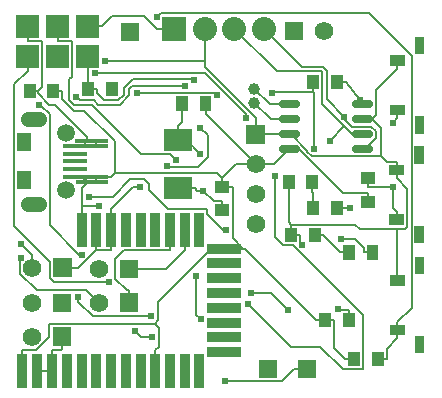
<source format=gtl>
G04 Layer: TopLayer*
G04 EasyEDA v6.4.7, 2020-10-05T14:23:05+01:00*
G04 80753c53b72f4884ac218c40b0928968,81cdacc9909441f8a3d49748f20dc12b,10*
G04 Gerber Generator version 0.2*
G04 Scale: 100 percent, Rotated: No, Reflected: No *
G04 Dimensions in millimeters *
G04 leading zeros omitted , absolute positions ,3 integer and 3 decimal *
%FSLAX33Y33*%
%MOMM*%
G90*
D02*

%ADD11C,0.179832*%
%ADD12C,0.700001*%
%ADD13C,0.609999*%
%ADD14R,1.999996X0.449999*%
%ADD15R,0.999998X1.249997*%
%ADD16R,1.249997X0.999998*%
%ADD19R,2.400000X1.899999*%
%ADD20R,1.199896X1.599997*%
%ADD21R,0.850900X2.999740*%
%ADD22R,2.999740X0.850900*%
%ADD24C,2.032000*%
%ADD25C,0.999998*%
%ADD27C,1.499997*%
%ADD28R,1.574800X1.574800*%
%ADD29C,1.574800*%
%ADD30C,1.299997*%

%LPD*%
G54D11*
G01X1506Y30558D02*
G01X1506Y29359D01*
G01X13573Y13335D02*
G01X13573Y11595D01*
G01X10104Y7157D02*
G01X10104Y8204D01*
G01X13573Y11595D02*
G01X9700Y11595D01*
G01X8940Y10835D01*
G01X8940Y9154D01*
G01X9890Y8204D01*
G01X10104Y8204D01*
G01X14818Y13335D02*
G01X14818Y11595D01*
G01X10096Y10030D02*
G01X11142Y10030D01*
G01X11142Y10030D02*
G01X13253Y10030D01*
G01X14818Y11595D01*
G01X15791Y9448D02*
G01X15791Y6149D01*
G01X16182Y5758D01*
G01X11948Y6024D02*
G01X7018Y6024D01*
G01X5793Y7249D01*
G01X5793Y7663D01*
G01X24091Y1541D02*
G01X23058Y505D01*
G01X18234Y505D01*
G01X25138Y1541D02*
G01X24091Y1541D01*
G01X12057Y4254D02*
G01X11120Y4254D01*
G01X10581Y4795D01*
G01X25699Y25859D02*
G01X25699Y24993D01*
G01X25699Y24993D02*
G01X22283Y24993D01*
G01X22212Y24922D01*
G01X25768Y20190D02*
G01X25768Y24925D01*
G01X25699Y24993D01*
G01X22478Y17868D02*
G01X22478Y12689D01*
G01X23147Y12024D01*
G01X23977Y12024D01*
G01X29898Y6101D01*
G01X29898Y1574D01*
G01X29847Y1524D01*
G01X28206Y1524D01*
G01X26309Y3418D01*
G01X23812Y3418D01*
G01X20144Y7089D01*
G01X23525Y6586D02*
G01X22105Y8003D01*
G01X20388Y8003D01*
G01X6731Y16116D02*
G01X8702Y16116D01*
G01X10205Y17619D01*
G01X11353Y17619D01*
G01X11790Y17180D01*
G01X11790Y16741D01*
G01X13403Y15130D01*
G01X16677Y15130D01*
G01X16728Y15077D01*
G01X16728Y14681D01*
G01X18082Y13329D01*
G01X18270Y13329D01*
G01X960Y12166D02*
G01X1915Y11211D01*
G01X1915Y10121D01*
G01X7188Y26593D02*
G01X16499Y26593D01*
G01X19969Y23124D01*
G01X19969Y22819D01*
G01X25613Y16497D02*
G01X25697Y16413D01*
G01X25697Y15176D01*
G01X25613Y17363D02*
G01X25613Y16497D01*
G01X26545Y12918D02*
G01X26545Y12875D01*
G01X27978Y11445D01*
G01X28719Y11445D02*
G01X27978Y11445D01*
G01X25803Y12918D02*
G01X26545Y12918D01*
G01X28704Y6570D02*
G01X27909Y6570D01*
G01X27833Y6647D01*
G01X28704Y5704D02*
G01X28704Y6570D01*
G01X29977Y11445D02*
G01X29977Y11816D01*
G01X29212Y12580D01*
G01X28051Y12580D01*
G01X30718Y11445D02*
G01X29977Y11445D01*
G01X27696Y15176D02*
G01X28775Y15176D01*
G01X20721Y25275D02*
G01X22014Y23982D01*
G01X23649Y23982D01*
G01X20721Y24076D02*
G01X22085Y22712D01*
G01X23649Y22712D01*
G01X16146Y21983D02*
G01X16766Y21363D01*
G01X16766Y19540D01*
G01X15900Y18676D01*
G01X13444Y18676D01*
G01X13352Y18768D01*
G01X14825Y25511D02*
G01X10391Y25511D01*
G01X10114Y25232D01*
G01X10114Y24739D01*
G01X9316Y23944D01*
G01X7490Y23944D01*
G01X7142Y24292D01*
G01X5910Y24292D01*
G01X5593Y24610D01*
G01X942Y10962D02*
G01X868Y10891D01*
G01X868Y9631D01*
G01X2275Y8227D01*
G01X6494Y8227D01*
G01X7564Y7157D01*
G01X6586Y28018D02*
G01X6586Y26819D01*
G01X6586Y26819D02*
G01X6619Y26786D01*
G01X6619Y25267D01*
G01X7360Y25267D02*
G01X7360Y24904D01*
G01X7975Y24292D01*
G01X9171Y24292D01*
G01X9641Y24759D01*
G01X9641Y25311D01*
G01X10406Y26075D01*
G01X15585Y26075D01*
G01X15631Y26029D01*
G01X6619Y25267D02*
G01X7360Y25267D01*
G01X29847Y21442D02*
G01X28986Y21442D01*
G01X28318Y22110D01*
G01X28318Y22110D02*
G01X26441Y23987D01*
G01X26441Y26687D01*
G01X26385Y26743D01*
G01X22603Y26743D01*
G01X19024Y30322D01*
G01X28318Y22110D02*
G01X27078Y20868D01*
G01X29847Y20172D02*
G01X30116Y20172D01*
G01X31015Y21071D01*
G01X31015Y21689D01*
G01X30627Y22077D01*
G01X29004Y22077D01*
G01X28333Y22748D01*
G01X28333Y22895D01*
G01X28333Y22895D02*
G01X26827Y24401D01*
G01X26827Y26794D01*
G01X26530Y27091D01*
G01X24737Y27091D01*
G01X21521Y30307D01*
G01X31899Y2390D02*
G01X31899Y3258D01*
G01X32806Y4165D01*
G01X31158Y2390D02*
G01X31899Y2390D01*
G01X32806Y4511D02*
G01X32806Y4165D01*
G01X32806Y4511D02*
G01X32806Y4856D01*
G01X32806Y5547D02*
G01X34015Y6756D01*
G01X34015Y28079D01*
G01X30378Y31714D01*
G01X12834Y31714D01*
G01X12440Y31320D01*
G01X32806Y4856D02*
G01X32806Y5547D01*
G01X32776Y14190D02*
G01X32776Y14881D01*
G01X17548Y24749D02*
G01X17373Y24922D01*
G01X10789Y24922D01*
G01X30358Y17713D02*
G01X30358Y16972D01*
G01X30358Y16972D02*
G01X32438Y16972D01*
G01X32776Y14881D02*
G01X32438Y15219D01*
G01X32438Y16972D01*
G01X32804Y23482D02*
G01X32804Y22791D01*
G01X32804Y22791D02*
G01X32425Y22412D01*
G01X32425Y22362D01*
G01X2506Y23916D02*
G01X2588Y23916D01*
G01X3378Y23126D01*
G01X3378Y13736D01*
G01X5890Y11224D01*
G01X6088Y11224D01*
G01X1506Y28018D02*
G01X1506Y26819D01*
G01X1506Y26819D02*
G01X355Y25669D01*
G01X355Y13675D01*
G01X3408Y10619D01*
G01X3408Y9227D01*
G01X3754Y8882D01*
G01X8415Y8882D01*
G01X4046Y30558D02*
G01X4046Y29359D01*
G01X14094Y19237D02*
G01X13583Y19751D01*
G01X11097Y19751D01*
G01X6982Y23865D01*
G01X5438Y23865D01*
G01X5016Y24290D01*
G01X5016Y26075D01*
G01X5245Y26304D01*
G01X5245Y29309D01*
G01X5191Y29359D01*
G01X4046Y29359D01*
G01X14206Y16842D02*
G01X15646Y16842D01*
G01X17998Y15369D02*
G01X17998Y15740D01*
G01X17998Y15369D02*
G01X17998Y14998D01*
G01X16390Y16624D02*
G01X15867Y16624D01*
G01X15646Y16842D01*
G01X16390Y16624D02*
G01X17271Y15740D01*
G01X17998Y15740D01*
G01X14206Y22133D02*
G01X14579Y22506D01*
G01X14579Y24056D01*
G01X14206Y20942D02*
G01X14206Y21092D01*
G01X14206Y21092D02*
G01X14206Y22133D01*
G01X14206Y21092D02*
G01X14825Y21092D01*
G01X16146Y19771D01*
G01X7325Y11595D02*
G01X8569Y11595D01*
G01X7325Y13335D02*
G01X7325Y12466D01*
G01X2321Y1397D02*
G01X3566Y1397D01*
G01X4411Y4297D02*
G01X4411Y3251D01*
G01X3566Y3139D02*
G01X4300Y3139D01*
G01X4411Y3251D01*
G01X3566Y1397D02*
G01X3566Y3139D01*
G01X23802Y12918D02*
G01X23802Y13784D01*
G01X23802Y13784D02*
G01X23611Y13975D01*
G01X23611Y17363D01*
G01X29847Y22712D02*
G01X30690Y22712D01*
G01X8569Y12466D02*
G01X8569Y11595D01*
G01X32776Y18392D02*
G01X32776Y17701D01*
G01X32806Y9057D02*
G01X32806Y9748D01*
G01X30690Y22712D02*
G01X31473Y21930D01*
G01X31473Y19570D01*
G01X32776Y19083D02*
G01X31960Y19083D01*
G01X31473Y19570D01*
G01X32776Y18392D02*
G01X32776Y19083D01*
G01X20810Y21414D02*
G01X23621Y21414D01*
G01X23649Y21442D01*
G01X30690Y22712D02*
G01X31028Y23050D01*
G01X31028Y25214D01*
G01X32804Y26992D01*
G01X32804Y27683D02*
G01X32804Y26992D01*
G01X32806Y9748D02*
G01X32806Y13383D01*
G01X32776Y17701D02*
G01X33652Y16822D01*
G01X33652Y13594D01*
G01X33441Y13383D01*
G01X32806Y13383D01*
G01X24764Y12054D02*
G01X24544Y12273D01*
G01X24544Y12918D01*
G01X23802Y12918D02*
G01X24544Y12918D01*
G01X32806Y13383D02*
G01X29634Y13383D01*
G01X29230Y13784D01*
G01X23802Y13784D01*
G01X8569Y12466D02*
G01X8569Y13335D01*
G01X8569Y13335D02*
G01X8569Y15077D01*
G01X20810Y21414D02*
G01X20810Y22461D01*
G01X16499Y30312D02*
G01X16499Y27625D01*
G01X8074Y27625D02*
G01X16499Y27625D01*
G01X31473Y19570D02*
G01X25590Y19570D01*
G01X25204Y19956D01*
G01X25204Y20048D01*
G01X23809Y21442D01*
G01X23649Y21442D01*
G01X8569Y15077D02*
G01X10447Y16957D01*
G01X11026Y16957D01*
G01X16499Y27625D02*
G01X16499Y27086D01*
G01X20810Y22776D01*
G01X20810Y22461D01*
G01X7325Y11661D02*
G01X7325Y11595D01*
G01X7325Y12466D02*
G01X7325Y11661D01*
G01X7325Y11661D02*
G01X5783Y10121D01*
G01X4455Y10121D01*
G01X30358Y15712D02*
G01X30358Y16454D01*
G01X28417Y2390D02*
G01X27444Y3360D01*
G01X27444Y5704D01*
G01X29159Y2390D02*
G01X28417Y2390D01*
G01X27073Y5704D02*
G01X27444Y5704D01*
G01X5509Y17838D02*
G01X6144Y17838D01*
G01X6586Y17396D01*
G01X3693Y25054D02*
G01X4434Y25054D01*
G01X13947Y30322D02*
G01X12672Y30322D01*
G01X6586Y30558D02*
G01X7785Y30558D01*
G01X6586Y17396D02*
G01X7279Y17396D01*
G01X7284Y17401D01*
G01X16578Y24056D02*
G01X16578Y23106D01*
G01X20810Y18874D01*
G01X6080Y13335D02*
G01X6080Y15077D01*
G01X7284Y17401D02*
G01X7294Y17411D01*
G01X7294Y17840D01*
G01X7294Y17840D02*
G01X8536Y17840D01*
G01X18183Y16997D02*
G01X18864Y16997D01*
G01X18183Y16997D02*
G01X17998Y16997D01*
G01X17998Y16997D02*
G01X17998Y17739D01*
G01X17998Y17739D02*
G01X19133Y18874D01*
G01X20810Y18874D01*
G01X12672Y30322D02*
G01X12461Y30322D01*
G01X11338Y31445D01*
G01X8671Y31445D01*
G01X7785Y30558D01*
G01X27701Y25859D02*
G01X28442Y25859D01*
G01X28442Y25859D02*
G01X29654Y24330D01*
G01X20810Y18874D02*
G01X22351Y18874D01*
G01X23649Y20172D01*
G01X27073Y5704D02*
G01X26703Y5704D01*
G01X18864Y16997D02*
G01X18864Y12633D01*
G01X19763Y11734D01*
G01X26703Y5704D02*
G01X25961Y5704D01*
G01X19763Y11734D02*
G01X19928Y11734D01*
G01X25961Y5704D01*
G01X30358Y16454D02*
G01X28214Y16454D01*
G01X24495Y20172D01*
G01X23649Y20172D01*
G01X8884Y18188D02*
G01X17548Y18188D01*
G01X17998Y17739D01*
G01X8536Y17840D02*
G01X8884Y18188D01*
G01X8884Y18188D02*
G01X8884Y20822D01*
G01X6314Y23395D01*
G01X5417Y23395D01*
G01X4434Y24376D01*
G01X4434Y25054D01*
G01X18742Y11734D02*
G01X19763Y11734D01*
G01X18742Y11734D02*
G01X18171Y11734D01*
G01X1076Y1397D02*
G01X1076Y3139D01*
G01X12326Y1397D02*
G01X12326Y3139D01*
G01X12263Y5369D02*
G01X12621Y5013D01*
G01X12621Y3434D01*
G01X12326Y3139D01*
G01X18171Y11734D02*
G01X17033Y11734D01*
G01X12555Y7259D01*
G01X12555Y5661D01*
G01X12263Y5369D01*
G01X12263Y5369D02*
G01X3393Y5369D01*
G01X3365Y5344D01*
G01X3365Y4282D01*
G01X2222Y3139D01*
G01X1076Y3139D01*
G01X6080Y15318D02*
G01X7548Y15318D01*
G01X6080Y15077D02*
G01X6080Y15318D01*
G01X6080Y15318D02*
G01X6080Y16888D01*
G01X6586Y17396D01*
G01X5509Y20436D02*
G01X6179Y20436D01*
G01X6570Y20830D01*
G01X1691Y25054D02*
G01X2354Y25054D01*
G01X6570Y20830D02*
G01X7272Y20830D01*
G01X7272Y20830D02*
G01X7272Y20436D01*
G01X6570Y20830D02*
G01X6570Y21211D01*
G01X3845Y23936D01*
G01X3309Y23936D01*
G01X2354Y24892D01*
G01X2354Y25054D01*
G01X2354Y25054D02*
G01X2705Y25402D01*
G01X2705Y29309D01*
G01X2651Y29359D01*
G01X1506Y29359D01*
G54D12*
G01X29297Y20172D02*
G01X30397Y20172D01*
G01X29297Y21442D02*
G01X30397Y21442D01*
G01X29297Y22712D02*
G01X30397Y22712D01*
G01X29297Y23982D02*
G01X30397Y23982D01*
G01X23099Y20172D02*
G01X24199Y20172D01*
G01X23099Y21442D02*
G01X24199Y21442D01*
G01X23099Y22712D02*
G01X24199Y22712D01*
G01X23099Y23982D02*
G01X24199Y23982D01*
G54D14*
G01X7272Y20436D03*
G01X7294Y17840D03*
G01X6570Y20830D03*
G01X6586Y17396D03*
G01X7272Y20830D03*
G01X7284Y17401D03*
G36*
G01X14077Y24681D02*
G01X15077Y24681D01*
G01X15077Y23431D01*
G01X14077Y23431D01*
G01X14077Y24681D01*
G37*
G36*
G01X16077Y24681D02*
G01X17077Y24681D01*
G01X17077Y23431D01*
G01X16077Y23431D01*
G01X16077Y24681D01*
G37*
G54D16*
G01X17998Y16999D03*
G01X17998Y14999D03*
G36*
G01X34284Y21490D02*
G01X34284Y22938D01*
G01X35082Y22938D01*
G01X35082Y21490D01*
G01X34284Y21490D01*
G37*
G36*
G01X34284Y28237D02*
G01X34284Y29684D01*
G01X35082Y29684D01*
G01X35082Y28237D01*
G01X34284Y28237D01*
G37*
G36*
G01X32169Y23032D02*
G01X32169Y23931D01*
G01X33439Y23931D01*
G01X33439Y23032D01*
G01X32169Y23032D01*
G37*
G36*
G01X32169Y27233D02*
G01X32169Y28133D01*
G01X33439Y28133D01*
G01X33439Y27233D01*
G01X32169Y27233D01*
G37*
G36*
G01X34256Y12199D02*
G01X34256Y13647D01*
G01X35054Y13647D01*
G01X35054Y12199D01*
G01X34256Y12199D01*
G37*
G36*
G01X34256Y18945D02*
G01X34256Y20393D01*
G01X35054Y20393D01*
G01X35054Y18945D01*
G01X34256Y18945D01*
G37*
G36*
G01X32141Y13741D02*
G01X32141Y14640D01*
G01X33411Y14640D01*
G01X33411Y13741D01*
G01X32141Y13741D01*
G37*
G36*
G01X32141Y17942D02*
G01X32141Y18841D01*
G01X33411Y18841D01*
G01X33411Y17942D01*
G01X32141Y17942D01*
G37*
G36*
G01X34287Y2865D02*
G01X34287Y4312D01*
G01X35085Y4312D01*
G01X35085Y2865D01*
G01X34287Y2865D01*
G37*
G36*
G01X34287Y9611D02*
G01X34287Y11059D01*
G01X35085Y11059D01*
G01X35085Y9611D01*
G01X34287Y9611D01*
G37*
G36*
G01X32171Y4406D02*
G01X32171Y5306D01*
G01X33441Y5306D01*
G01X33441Y4406D01*
G01X32171Y4406D01*
G37*
G36*
G01X32171Y8608D02*
G01X32171Y9507D01*
G01X33441Y9507D01*
G01X33441Y8608D01*
G01X32171Y8608D01*
G37*
G54D19*
G01X14206Y16842D03*
G01X14206Y20942D03*
G36*
G01X28218Y12070D02*
G01X29218Y12070D01*
G01X29218Y10820D01*
G01X28218Y10820D01*
G01X28218Y12070D01*
G37*
G36*
G01X30218Y12070D02*
G01X31218Y12070D01*
G01X31218Y10820D01*
G01X30218Y10820D01*
G01X30218Y12070D01*
G37*
G54D15*
G01X3692Y25054D03*
G01X1692Y25054D03*
G36*
G01X25195Y15801D02*
G01X26195Y15801D01*
G01X26195Y14551D01*
G01X25195Y14551D01*
G01X25195Y15801D01*
G37*
G36*
G01X27195Y15801D02*
G01X28195Y15801D01*
G01X28195Y14551D01*
G01X27195Y14551D01*
G01X27195Y15801D01*
G37*
G01X25612Y17363D03*
G01X23612Y17363D03*
G01X25803Y12918D03*
G01X23803Y12918D03*
G54D14*
G01X5509Y17839D03*
G01X5509Y18489D03*
G01X5509Y19139D03*
G01X5509Y19789D03*
G01X5509Y20439D03*
G54D20*
G01X1197Y17533D03*
G01X1213Y20811D03*
G36*
G01X26203Y6329D02*
G01X27203Y6329D01*
G01X27203Y5079D01*
G01X26203Y5079D01*
G01X26203Y6329D01*
G37*
G36*
G01X28203Y6329D02*
G01X29203Y6329D01*
G01X29203Y5079D01*
G01X28203Y5079D01*
G01X28203Y6329D01*
G37*
G54D15*
G01X27700Y25859D03*
G01X25700Y25859D03*
G01X8619Y25267D03*
G01X6620Y25267D03*
G36*
G01X28657Y3015D02*
G01X29657Y3015D01*
G01X29657Y1765D01*
G01X28657Y1765D01*
G01X28657Y3015D01*
G37*
G36*
G01X30657Y3015D02*
G01X31657Y3015D01*
G01X31657Y1765D01*
G01X30657Y1765D01*
G01X30657Y3015D01*
G37*
G54D16*
G01X30358Y15713D03*
G01X30358Y17713D03*
G54D21*
G01X16060Y1399D03*
G01X14815Y1399D03*
G01X13571Y1399D03*
G01X12326Y1399D03*
G01X11082Y1399D03*
G01X9812Y1399D03*
G01X8567Y1399D03*
G01X7322Y1399D03*
G01X6078Y1399D03*
G01X4808Y1399D03*
G01X3563Y1399D03*
G01X2319Y1399D03*
G01X1074Y1399D03*
G01X16060Y13337D03*
G01X14815Y13337D03*
G01X13571Y13337D03*
G01X12326Y13337D03*
G01X11082Y13337D03*
G01X9812Y13337D03*
G01X8567Y13337D03*
G01X7322Y13337D03*
G01X6078Y13337D03*
G54D22*
G01X18168Y2999D03*
G01X18168Y4244D03*
G01X18168Y5488D03*
G01X18168Y6758D03*
G01X18168Y8003D03*
G01X18168Y9248D03*
G01X18168Y10492D03*
G01X18168Y11737D03*
G36*
G01X12932Y31339D02*
G01X14964Y31339D01*
G01X14964Y29307D01*
G01X12932Y29307D01*
G01X12932Y31339D01*
G37*
G54D24*
G01X16499Y30312D03*
G01X19024Y30322D03*
G01X21521Y30307D03*
G54D25*
G01X20721Y24076D03*
G01X20721Y25275D03*
G36*
G01X566Y28958D02*
G01X2446Y28958D01*
G01X2446Y27078D01*
G01X566Y27078D01*
G01X566Y28958D01*
G37*
G36*
G01X566Y31498D02*
G01X2446Y31498D01*
G01X2446Y29618D01*
G01X566Y29618D01*
G01X566Y31498D01*
G37*
G36*
G01X3106Y28958D02*
G01X4986Y28958D01*
G01X4986Y27078D01*
G01X3106Y27078D01*
G01X3106Y28958D01*
G37*
G36*
G01X3106Y31498D02*
G01X4986Y31498D01*
G01X4986Y29618D01*
G01X3106Y29618D01*
G01X3106Y31498D01*
G37*
G36*
G01X5646Y28958D02*
G01X7526Y28958D01*
G01X7526Y27078D01*
G01X5646Y27078D01*
G01X5646Y28958D01*
G37*
G36*
G01X5646Y31498D02*
G01X7526Y31498D01*
G01X7526Y29618D01*
G01X5646Y29618D01*
G01X5646Y31498D01*
G37*
G54D27*
G01X4724Y21539D03*
G01X4724Y16697D03*
G54D28*
G01X21826Y1551D03*
G01X25138Y1541D03*
G36*
G01X3667Y10909D02*
G01X3667Y9334D01*
G01X5242Y9334D01*
G01X5242Y10909D01*
G01X3667Y10909D01*
G37*
G54D29*
G01X1915Y10121D03*
G36*
G01X3624Y5085D02*
G01X3624Y3510D01*
G01X5199Y3510D01*
G01X5199Y5085D01*
G01X3624Y5085D01*
G37*
G01X1871Y4297D03*
G36*
G01X3629Y7927D02*
G01X3629Y6352D01*
G01X5204Y6352D01*
G01X5204Y7927D01*
G01X3629Y7927D01*
G37*
G01X1877Y7139D03*
G54D28*
G01X24048Y30177D03*
G54D29*
G01X26588Y30177D03*
G54D28*
G01X10142Y30050D03*
G36*
G01X20022Y22202D02*
G01X20022Y20627D01*
G01X21597Y20627D01*
G01X21597Y22202D01*
G01X20022Y22202D01*
G37*
G54D29*
G01X20810Y18874D03*
G01X20810Y16334D03*
G01X20810Y13794D03*
G36*
G01X9309Y10817D02*
G01X9309Y9243D01*
G01X10883Y9243D01*
G01X10883Y10817D01*
G01X9309Y10817D01*
G37*
G01X7556Y10030D03*
G36*
G01X9316Y7945D02*
G01X9316Y6370D01*
G01X10891Y6370D01*
G01X10891Y7945D01*
G01X9316Y7945D01*
G37*
G01X7564Y7157D03*
G54D13*
G01X7548Y15318D03*
G01X29654Y24330D03*
G01X11026Y16957D03*
G01X24764Y12054D03*
G01X8074Y27625D03*
G01X16146Y19771D03*
G01X16390Y16624D03*
G01X14094Y19237D03*
G01X8415Y8882D03*
G01X6088Y11224D03*
G01X2506Y23916D03*
G01X32425Y22362D03*
G01X32438Y16972D03*
G01X17548Y24749D03*
G01X10789Y24922D03*
G01X12440Y31320D03*
G01X28333Y22895D03*
G01X27078Y20868D03*
G01X15631Y26029D03*
G01X14825Y25511D03*
G01X5593Y24610D03*
G01X942Y10962D03*
G01X16146Y21983D03*
G01X13352Y18768D03*
G01X28775Y15176D03*
G01X28051Y12580D03*
G01X27833Y6647D03*
G01X960Y12166D03*
G01X7188Y26593D03*
G01X19969Y22819D03*
G01X6731Y16116D03*
G01X18270Y13329D03*
G01X20388Y8003D03*
G01X23525Y6586D03*
G01X25768Y20190D03*
G01X22478Y17868D03*
G01X20144Y7089D03*
G01X22212Y24922D03*
G01X10581Y4795D03*
G01X12057Y4254D03*
G01X18234Y505D03*
G01X15791Y9448D03*
G01X16182Y5758D03*
G01X11948Y6024D03*
G01X5793Y7663D03*
G54D30*
G01X2474Y15509D02*
G01X1574Y15509D01*
G01X2474Y22748D02*
G01X1574Y22748D01*
M00*
M02*

</source>
